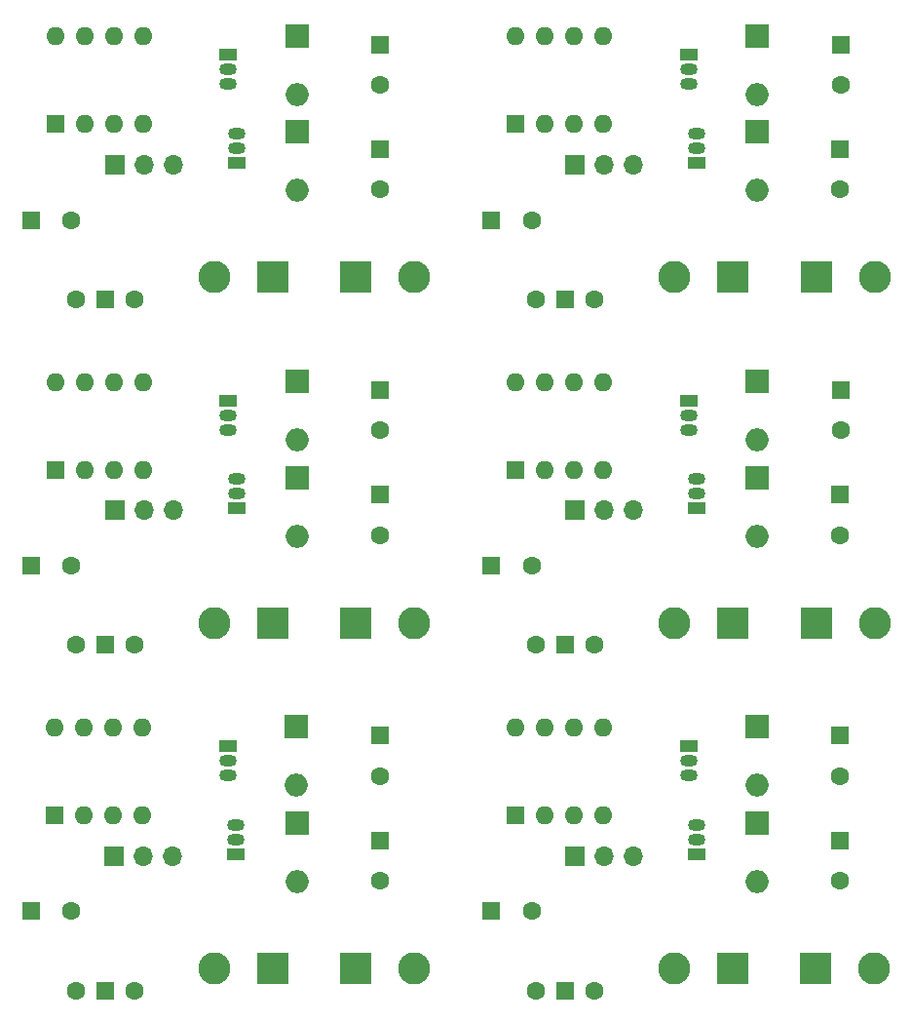
<source format=gbs>
%TF.GenerationSoftware,KiCad,Pcbnew,8.0.6*%
%TF.CreationDate,2024-10-21T19:05:51+09:00*%
%TF.ProjectId,pcb_dcdc,7063625f-6463-4646-932e-6b696361645f,rev?*%
%TF.SameCoordinates,Original*%
%TF.FileFunction,Soldermask,Bot*%
%TF.FilePolarity,Negative*%
%FSLAX46Y46*%
G04 Gerber Fmt 4.6, Leading zero omitted, Abs format (unit mm)*
G04 Created by KiCad (PCBNEW 8.0.6) date 2024-10-21 19:05:51*
%MOMM*%
%LPD*%
G01*
G04 APERTURE LIST*
%ADD10R,2.800000X2.800000*%
%ADD11C,2.800000*%
%ADD12R,1.500000X1.500000*%
%ADD13C,1.600000*%
%ADD14R,1.600000X1.600000*%
%ADD15R,2.000000X2.000000*%
%ADD16O,2.000000X2.000000*%
%ADD17R,1.500000X1.050000*%
%ADD18O,1.500000X1.050000*%
%ADD19O,1.600000X1.600000*%
%ADD20R,1.700000X1.700000*%
%ADD21O,1.700000X1.700000*%
G04 APERTURE END LIST*
D10*
%TO.C,IN*%
X133945000Y-64130000D03*
D11*
X128865000Y-64130000D03*
%TD*%
D12*
%TO.C,SW2*%
X119380000Y-66030000D03*
D13*
X121920000Y-66030000D03*
X116840000Y-66030000D03*
%TD*%
D14*
%TO.C,C1*%
X112950000Y-59160000D03*
D13*
X116450000Y-59160000D03*
%TD*%
D10*
%TO.C,OUT*%
X141155000Y-64130000D03*
D11*
X146235000Y-64130000D03*
%TD*%
D15*
%TO.C,D3*%
X136070000Y-51510000D03*
D16*
X136070000Y-56590000D03*
%TD*%
D17*
%TO.C,Q2*%
X130790000Y-54180000D03*
D18*
X130790000Y-52910000D03*
X130790000Y-51640000D03*
%TD*%
D15*
%TO.C,D2*%
X136040000Y-43140000D03*
D16*
X136040000Y-48220000D03*
%TD*%
D14*
%TO.C,U1*%
X115040000Y-50830000D03*
D19*
X117580000Y-50830000D03*
X120120000Y-50830000D03*
X122660000Y-50830000D03*
X122660000Y-43210000D03*
X120120000Y-43210000D03*
X117580000Y-43210000D03*
X115040000Y-43210000D03*
%TD*%
D10*
%TO.C,IN*%
X133925000Y-124130000D03*
D11*
X128845000Y-124130000D03*
%TD*%
D20*
%TO.C,RV1*%
X120190000Y-114360000D03*
D21*
X122730000Y-114360000D03*
X125270000Y-114360000D03*
%TD*%
D17*
%TO.C,Q1*%
X130070000Y-104810000D03*
D18*
X130070000Y-106080000D03*
X130070000Y-107350000D03*
%TD*%
D14*
%TO.C,C2*%
X143250000Y-52997349D03*
D13*
X143250000Y-56497349D03*
%TD*%
D10*
%TO.C,OUT*%
X141135000Y-124130000D03*
D11*
X146215000Y-124130000D03*
%TD*%
D20*
%TO.C,RV1*%
X120210000Y-54360000D03*
D21*
X122750000Y-54360000D03*
X125290000Y-54360000D03*
%TD*%
D17*
%TO.C,Q1*%
X130090000Y-44810000D03*
D18*
X130090000Y-46080000D03*
X130090000Y-47350000D03*
%TD*%
D14*
%TO.C,C3*%
X143280000Y-43910000D03*
D13*
X143280000Y-47410000D03*
%TD*%
D14*
%TO.C,C2*%
X143230000Y-112997349D03*
D13*
X143230000Y-116497349D03*
%TD*%
D14*
%TO.C,C3*%
X143260000Y-103910000D03*
D13*
X143260000Y-107410000D03*
%TD*%
D15*
%TO.C,D3*%
X136050000Y-111510000D03*
D16*
X136050000Y-116590000D03*
%TD*%
D17*
%TO.C,Q2*%
X130770000Y-114180000D03*
D18*
X130770000Y-112910000D03*
X130770000Y-111640000D03*
%TD*%
D15*
%TO.C,D2*%
X136020000Y-103140000D03*
D16*
X136020000Y-108220000D03*
%TD*%
D14*
%TO.C,U1*%
X115020000Y-110830000D03*
D19*
X117560000Y-110830000D03*
X120100000Y-110830000D03*
X122640000Y-110830000D03*
X122640000Y-103210000D03*
X120100000Y-103210000D03*
X117560000Y-103210000D03*
X115020000Y-103210000D03*
%TD*%
D10*
%TO.C,IN*%
X133945000Y-94130000D03*
D11*
X128865000Y-94130000D03*
%TD*%
D20*
%TO.C,RV1*%
X120210000Y-84360000D03*
D21*
X122750000Y-84360000D03*
X125290000Y-84360000D03*
%TD*%
D17*
%TO.C,Q1*%
X130090000Y-74810000D03*
D18*
X130090000Y-76080000D03*
X130090000Y-77350000D03*
%TD*%
D14*
%TO.C,C3*%
X143280000Y-73910000D03*
D13*
X143280000Y-77410000D03*
%TD*%
D15*
%TO.C,D3*%
X136070000Y-81510000D03*
D16*
X136070000Y-86590000D03*
%TD*%
D17*
%TO.C,Q2*%
X130790000Y-84180000D03*
D18*
X130790000Y-82910000D03*
X130790000Y-81640000D03*
%TD*%
D15*
%TO.C,D2*%
X136040000Y-73140000D03*
D16*
X136040000Y-78220000D03*
%TD*%
D14*
%TO.C,U1*%
X115040000Y-80830000D03*
D19*
X117580000Y-80830000D03*
X120120000Y-80830000D03*
X122660000Y-80830000D03*
X122660000Y-73210000D03*
X120120000Y-73210000D03*
X117580000Y-73210000D03*
X115040000Y-73210000D03*
%TD*%
D14*
%TO.C,C2*%
X143250000Y-82997349D03*
D13*
X143250000Y-86497349D03*
%TD*%
D14*
%TO.C,C1*%
X112950000Y-89160000D03*
D13*
X116450000Y-89160000D03*
%TD*%
D12*
%TO.C,SW2*%
X119380000Y-96030000D03*
D13*
X121920000Y-96030000D03*
X116840000Y-96030000D03*
%TD*%
D10*
%TO.C,OUT*%
X141155000Y-94130000D03*
D11*
X146235000Y-94130000D03*
%TD*%
D12*
%TO.C,SW2*%
X119360000Y-126030000D03*
D13*
X121900000Y-126030000D03*
X116820000Y-126030000D03*
%TD*%
D14*
%TO.C,C1*%
X112930000Y-119160000D03*
D13*
X116430000Y-119160000D03*
%TD*%
D10*
%TO.C,IN*%
X173945000Y-64130000D03*
D11*
X168865000Y-64130000D03*
%TD*%
D20*
%TO.C,RV1*%
X160210000Y-54360000D03*
D21*
X162750000Y-54360000D03*
X165290000Y-54360000D03*
%TD*%
D17*
%TO.C,Q1*%
X170090000Y-44810000D03*
D18*
X170090000Y-46080000D03*
X170090000Y-47350000D03*
%TD*%
D14*
%TO.C,C3*%
X183280000Y-43910000D03*
D13*
X183280000Y-47410000D03*
%TD*%
D15*
%TO.C,D3*%
X176070000Y-51510000D03*
D16*
X176070000Y-56590000D03*
%TD*%
D17*
%TO.C,Q2*%
X170790000Y-54180000D03*
D18*
X170790000Y-52910000D03*
X170790000Y-51640000D03*
%TD*%
D15*
%TO.C,D2*%
X176040000Y-43140000D03*
D16*
X176040000Y-48220000D03*
%TD*%
D14*
%TO.C,U1*%
X155040000Y-50830000D03*
D19*
X157580000Y-50830000D03*
X160120000Y-50830000D03*
X162660000Y-50830000D03*
X162660000Y-43210000D03*
X160120000Y-43210000D03*
X157580000Y-43210000D03*
X155040000Y-43210000D03*
%TD*%
D14*
%TO.C,C2*%
X183250000Y-52997349D03*
D13*
X183250000Y-56497349D03*
%TD*%
D14*
%TO.C,C1*%
X152950000Y-59160000D03*
D13*
X156450000Y-59160000D03*
%TD*%
D12*
%TO.C,SW2*%
X159380000Y-66030000D03*
D13*
X161920000Y-66030000D03*
X156840000Y-66030000D03*
%TD*%
D10*
%TO.C,OUT*%
X181155000Y-64130000D03*
D11*
X186235000Y-64130000D03*
%TD*%
D10*
%TO.C,IN*%
X173925000Y-124130000D03*
D11*
X168845000Y-124130000D03*
%TD*%
D20*
%TO.C,RV1*%
X160190000Y-114360000D03*
D21*
X162730000Y-114360000D03*
X165270000Y-114360000D03*
%TD*%
D17*
%TO.C,Q1*%
X170070000Y-104810000D03*
D18*
X170070000Y-106080000D03*
X170070000Y-107350000D03*
%TD*%
D14*
%TO.C,C3*%
X183260000Y-103910000D03*
D13*
X183260000Y-107410000D03*
%TD*%
D15*
%TO.C,D3*%
X176050000Y-111510000D03*
D16*
X176050000Y-116590000D03*
%TD*%
D17*
%TO.C,Q2*%
X170770000Y-114180000D03*
D18*
X170770000Y-112910000D03*
X170770000Y-111640000D03*
%TD*%
D15*
%TO.C,D2*%
X176020000Y-103140000D03*
D16*
X176020000Y-108220000D03*
%TD*%
D14*
%TO.C,U1*%
X155020000Y-110830000D03*
D19*
X157560000Y-110830000D03*
X160100000Y-110830000D03*
X162640000Y-110830000D03*
X162640000Y-103210000D03*
X160100000Y-103210000D03*
X157560000Y-103210000D03*
X155020000Y-103210000D03*
%TD*%
D14*
%TO.C,C2*%
X183230000Y-112997349D03*
D13*
X183230000Y-116497349D03*
%TD*%
D14*
%TO.C,C1*%
X152930000Y-119160000D03*
D13*
X156430000Y-119160000D03*
%TD*%
D12*
%TO.C,SW2*%
X159360000Y-126030000D03*
D13*
X161900000Y-126030000D03*
X156820000Y-126030000D03*
%TD*%
D10*
%TO.C,OUT*%
X181135000Y-124130000D03*
D11*
X186215000Y-124130000D03*
%TD*%
D12*
%TO.C,SW2*%
X159380000Y-96030000D03*
D13*
X161920000Y-96030000D03*
X156840000Y-96030000D03*
%TD*%
D10*
%TO.C,OUT*%
X181155000Y-94130000D03*
D11*
X186235000Y-94130000D03*
%TD*%
D15*
%TO.C,D2*%
X176040000Y-73140000D03*
D16*
X176040000Y-78220000D03*
%TD*%
D14*
%TO.C,U1*%
X155040000Y-80830000D03*
D19*
X157580000Y-80830000D03*
X160120000Y-80830000D03*
X162660000Y-80830000D03*
X162660000Y-73210000D03*
X160120000Y-73210000D03*
X157580000Y-73210000D03*
X155040000Y-73210000D03*
%TD*%
D15*
%TO.C,D3*%
X176070000Y-81510000D03*
D16*
X176070000Y-86590000D03*
%TD*%
D17*
%TO.C,Q2*%
X170790000Y-84180000D03*
D18*
X170790000Y-82910000D03*
X170790000Y-81640000D03*
%TD*%
D10*
%TO.C,IN*%
X173945000Y-94130000D03*
D11*
X168865000Y-94130000D03*
%TD*%
D20*
%TO.C,RV1*%
X160210000Y-84360000D03*
D21*
X162750000Y-84360000D03*
X165290000Y-84360000D03*
%TD*%
D17*
%TO.C,Q1*%
X170090000Y-74810000D03*
D18*
X170090000Y-76080000D03*
X170090000Y-77350000D03*
%TD*%
D14*
%TO.C,C1*%
X152950000Y-89160000D03*
D13*
X156450000Y-89160000D03*
%TD*%
D14*
%TO.C,C3*%
X183280000Y-73910000D03*
D13*
X183280000Y-77410000D03*
%TD*%
D14*
%TO.C,C2*%
X183250000Y-82997349D03*
D13*
X183250000Y-86497349D03*
%TD*%
M02*

</source>
